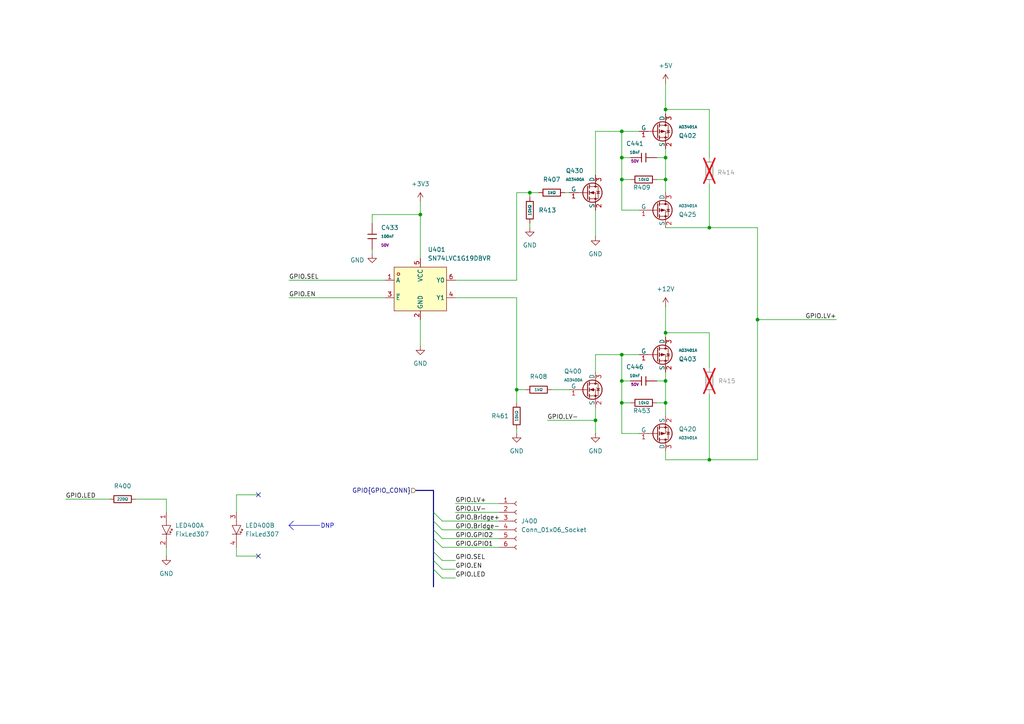
<source format=kicad_sch>
(kicad_sch (version 20250114) (generator "eeschema") (generator_version "9.0")
  (paper "A4")
  (lib_symbols
    (symbol "1to2Decoder:SN74LVC1G19DBVR"
      (property "Reference" "U" (at -6.858 7.366 0))
      (property "Value" "SN74LVC1G19DBVR" (at 10.16 -7.874 0))
      (symbol "SN74LVC1G19DBVR_0_1"
        (pin unspecified line (at -10.16 2.54 0) (length 2.54) (name "A") (number "1"))
        (pin unspecified line (at -10.16 -2.54 0) (length 2.54) (name "~{E}") (number "3"))
        (pin unspecified line (at 0 8.89 270) (length 2.54) (name "VCC") (number "5"))
        (pin unspecified line (at 0 -8.89 90) (length 2.54) (name "GND") (number "2"))
        (pin unspecified line (at 10.16 2.54 180) (length 2.54) (name "Y0") (number "6"))
        (pin unspecified line (at 10.16 -2.54 180) (length 2.54) (name "Y1") (number "4"))
      )
    )
    (symbol "Connector:Conn_01x06_Socket" (pin_names (offset 1.016) (hide yes))
      (property "Reference" "J" (at 0 7.62 0))
      (property "Value" "Conn_01x06_Socket" (at 0 -10.16 0))
      (symbol "Conn_01x06_Socket_1_1"
        (pin passive line (at -5.08 5.08 0) (length 3.81) (name "Pin_1") (number "1"))
        (pin passive line (at -5.08 2.54 0) (length 3.81) (name "Pin_2") (number "2"))
        (pin passive line (at -5.08 0 0) (length 3.81) (name "Pin_3") (number "3"))
        (pin passive line (at -5.08 -2.54 0) (length 3.81) (name "Pin_4") (number "4"))
        (pin passive line (at -5.08 -5.08 0) (length 3.81) (name "Pin_5") (number "5"))
        (pin passive line (at -5.08 -7.62 0) (length 3.81) (name "Pin_6") (number "6"))
      )
    )
    (symbol "FixLed307:FixLed307"
      (property "Reference" "LED" (at 0 2.54 0))
      (property "Value" "FixLed307" (at 1.27 0 0))
      (symbol "FixLed307_1_1"
        (pin input line (at -5.08 0 0) (length 2.54) (name "") (number "1"))
        (pin input line (at 5.08 0 180) (length 2.54) (name "") (number "2"))
      )
      (symbol "FixLed307_2_1"
        (pin input line (at -5.08 0 0) (length 2.54) (name "") (number "3"))
        (pin input line (at 5.08 0 180) (length 2.54) (name "") (number "4"))
      )
    )
    (symbol "PCM_JLCPCB-Capacitors:0402,100nF,(2)" (pin_numbers (hide yes)) (pin_names (offset 0))
      (property "Reference" "C" (at 2.032 1.668 0))
      (property "Value" "100nF" (at 2.032 -0.3782 0))
      (property "Voltage Rated" "50V" (at 2.032 -2.0462 0))
      (symbol "0402,100nF,(2)_1_1"
        (pin passive line (at 0 3.81 270) (length 3.175) (name "~") (number "1"))
        (pin passive line (at 0 -3.81 90) (length 3.175) (name "~") (number "2"))
      )
    )
    (symbol "PCM_JLCPCB-Capacitors:0402,10nF" (pin_numbers (hide yes)) (pin_names (offset 0))
      (property "Reference" "C" (at 2.032 1.668 0))
      (property "Value" "10nF" (at 2.032 -0.3782 0))
      (property "Voltage Rated" "50V" (at 2.032 -2.0462 0))
      (symbol "0402,10nF_1_1"
        (pin passive line (at 0 3.81 270) (length 3.175) (name "~") (number "1"))
        (pin passive line (at 0 -3.81 90) (length 3.175) (name "~") (number "2"))
      )
    )
    (symbol "PCM_JLCPCB-Resistors:0402,10kΩ" (pin_numbers (hide yes)) (pin_names (offset 0))
      (property "Reference" "R" (at 1.778 0 0))
      (property "Value" "10kΩ" (at 0 0 90))
      (symbol "0402,10kΩ_1_1"
        (pin passive line (at 0 3.81 270) (length 1.27) (name "~") (number "1"))
        (pin passive line (at 0 -3.81 90) (length 1.27) (name "~") (number "2"))
      )
    )
    (symbol "PCM_JLCPCB-Resistors:0402,1kΩ" (pin_numbers (hide yes)) (pin_names (offset 0))
      (property "Reference" "R" (at 1.778 0 0))
      (property "Value" "1kΩ" (at 0 0 90))
      (symbol "0402,1kΩ_1_1"
        (pin passive line (at 0 3.81 270) (length 1.27) (name "~") (number "1"))
        (pin passive line (at 0 -3.81 90) (length 1.27) (name "~") (number "2"))
      )
    )
    (symbol "PCM_JLCPCB-Resistors:0402,220Ω" (pin_numbers (hide yes)) (pin_names (offset 0))
      (property "Reference" "R" (at 1.778 0 0))
      (property "Value" "220Ω" (at 0 0 90))
      (symbol "0402,220Ω_1_1"
        (pin passive line (at 0 3.81 270) (length 1.27) (name "~") (number "1"))
        (pin passive line (at 0 -3.81 90) (length 1.27) (name "~") (number "2"))
      )
    )
    (symbol "PCM_JLCPCB-Resistors:0805,0Ω" (pin_numbers (hide yes)) (pin_names (offset 0))
      (property "Reference" "R" (at 1.778 0 0))
      (property "Value" "0Ω" (at 0 0 90))
      (symbol "0805,0Ω_1_1"
        (pin passive line (at 0 3.81 270) (length 1.27) (name "~") (number "1"))
        (pin passive line (at 0 -3.81 90) (length 1.27) (name "~") (number "2"))
      )
    )
    (symbol "PCM_JLCPCB-Transistors:NMOS,AO3400A" (pin_names (offset 0))
      (property "Reference" "Q" (at 4.8514 0.834 0))
      (property "Value" "AO3400A" (at 4.8514 -1.2122 0))
      (symbol "NMOS,AO3400A_1_1"
        (pin input line (at -5.08 0 0) (length 2.54) (name "G") (number "1"))
        (pin passive line (at 2.54 5.08 270) (length 2.54) (name "D") (number "3"))
        (pin passive line (at 2.54 -5.08 90) (length 2.54) (name "S") (number "2"))
      )
    )
    (symbol "PCM_JLCPCB-Transistors:PMOS,AO3401A" (pin_names (offset 0))
      (property "Reference" "Q" (at 4.8514 0.834 0))
      (property "Value" "AO3401A" (at 4.8514 -1.2122 0))
      (symbol "PMOS,AO3401A_1_1"
        (pin input line (at -5.08 0 0) (length 2.54) (name "G") (number "1"))
        (pin passive line (at 2.54 5.08 270) (length 2.54) (name "D") (number "3"))
        (pin passive line (at 2.54 -5.08 90) (length 2.54) (name "S") (number "2"))
      )
    )
    (symbol "power:+12V" (power) (pin_numbers (hide yes)) (pin_names (offset 0) (hide yes))
      (property "Value" "+12V" (at 0 3.556 0))
      (symbol "+12V_1_1"
        (pin power_in line (at 0 0 90) (length 0) (name "~") (number "1"))
      )
    )
    (symbol "power:+3V3" (power) (pin_numbers (hide yes)) (pin_names (offset 0) (hide yes))
      (property "Value" "+3V3" (at 0 3.556 0))
      (symbol "+3V3_1_1"
        (pin power_in line (at 0 0 90) (length 0) (name "~") (number "1"))
      )
    )
    (symbol "power:+5V" (power) (pin_numbers (hide yes)) (pin_names (offset 0) (hide yes))
      (property "Value" "+5V" (at 0 3.556 0))
      (symbol "+5V_1_1"
        (pin power_in line (at 0 0 90) (length 0) (name "~") (number "1"))
      )
    )
    (symbol "power:GND" (power) (pin_numbers (hide yes)) (pin_names (offset 0) (hide yes))
      (property "Value" "GND" (at 0 -3.81 0))
      (symbol "GND_1_1"
        (pin power_in line (at 0 0 270) (length 0) (name "~") (number "1"))
      )
    )
  )
  (bus_alias "GPIO_CONN" (members "Bridge+" "Bridge-" "GPIO2" "GPIO1" "SEL" "EN" "LED"))
  (text "DNP" (at 94.996 152.654 0) (effects (font (size 1.27 1.27))))
  (junction (at 172.72 121.92))
  (junction (at 219.71 92.71))
  (junction (at 193.04 45.72))
  (junction (at 193.04 31.75))
  (junction (at 149.86 113.03))
  (junction (at 193.04 116.84))
  (junction (at 180.34 38.1))
  (junction (at 193.04 52.07))
  (junction (at 193.04 96.52))
  (junction (at 180.34 116.84))
  (junction (at 121.92 62.23))
  (junction (at 205.74 66.04))
  (junction (at 153.67 55.88))
  (junction (at 205.74 133.35))
  (junction (at 180.34 110.49))
  (junction (at 180.34 45.72))
  (junction (at 193.04 110.49))
  (junction (at 180.34 102.87))
  (junction (at 180.34 52.07))
  (no_connect (at 74.93 161.29))
  (no_connect (at 74.93 143.51))
  (bus_entry (at 125.73 153.67) (size 2.54 2.54))
  (bus_entry (at 125.73 162.56) (size 2.54 2.54))
  (bus_entry (at 125.73 165.1) (size 2.54 2.54))
  (bus_entry (at 125.73 156.21) (size 2.54 2.54))
  (bus_entry (at 125.73 151.13) (size 2.54 2.54))
  (bus_entry (at 125.73 148.59) (size 2.54 2.54))
  (bus_entry (at 125.73 160.02) (size 2.54 2.54))
  (wire (pts (xy 128.27 165.1) (xy 132.08 165.1)))
  (wire (pts (xy 172.72 38.1) (xy 180.34 38.1)))
  (wire (pts (xy 190.5 116.84) (xy 193.04 116.84)))
  (wire (pts (xy 180.34 45.72) (xy 182.88 45.72)))
  (wire (pts (xy 160.02 113.03) (xy 165.1 113.03)))
  (bus (pts (xy 125.73 151.13) (xy 125.73 153.67)))
  (wire (pts (xy 68.58 161.29) (xy 74.93 161.29)))
  (wire (pts (xy 193.04 45.72) (xy 193.04 52.07)))
  (wire (pts (xy 180.34 110.49) (xy 180.34 102.87)))
  (wire (pts (xy 205.74 31.75) (xy 193.04 31.75)))
  (wire (pts (xy 149.86 81.28) (xy 132.08 81.28)))
  (wire (pts (xy 193.04 107.95) (xy 193.04 110.49)))
  (bus (pts (xy 125.73 156.21) (xy 125.73 160.02)))
  (wire (pts (xy 172.72 121.92) (xy 172.72 125.73)))
  (wire (pts (xy 193.04 133.35) (xy 205.74 133.35)))
  (wire (pts (xy 190.5 52.07) (xy 193.04 52.07)))
  (wire (pts (xy 193.04 116.84) (xy 193.04 120.65)))
  (wire (pts (xy 205.74 114.3) (xy 205.74 133.35)))
  (bus (pts (xy 125.73 153.67) (xy 125.73 156.21)))
  (bus (pts (xy 125.73 165.1) (xy 125.73 170.18)))
  (bus (pts (xy 125.73 142.24) (xy 125.73 148.59)))
  (wire (pts (xy 180.34 38.1) (xy 185.42 38.1)))
  (wire (pts (xy 128.27 151.13) (xy 144.78 151.13)))
  (wire (pts (xy 132.08 146.05) (xy 144.78 146.05)))
  (wire (pts (xy 180.34 52.07) (xy 180.34 60.96)))
  (wire (pts (xy 121.92 92.71) (xy 121.92 100.33)))
  (wire (pts (xy 68.58 148.59) (xy 68.58 143.51)))
  (wire (pts (xy 193.04 88.9) (xy 193.04 96.52)))
  (wire (pts (xy 172.72 118.11) (xy 172.72 121.92)))
  (wire (pts (xy 180.34 125.73) (xy 180.34 116.84)))
  (bus (pts (xy 125.73 148.59) (xy 125.73 151.13)))
  (wire (pts (xy 193.04 96.52) (xy 193.04 97.79)))
  (wire (pts (xy 107.95 62.23) (xy 121.92 62.23)))
  (wire (pts (xy 153.67 55.88) (xy 149.86 55.88)))
  (wire (pts (xy 128.27 167.64) (xy 132.08 167.64)))
  (polyline (pts (xy 83.82 152.4) (xy 85.09 153.67)))
  (wire (pts (xy 107.95 64.77) (xy 107.95 62.23)))
  (polyline (pts (xy 83.82 152.4) (xy 92.71 152.4)))
  (wire (pts (xy 185.42 125.73) (xy 180.34 125.73)))
  (wire (pts (xy 172.72 102.87) (xy 180.34 102.87)))
  (wire (pts (xy 39.37 144.78) (xy 48.26 144.78)))
  (wire (pts (xy 193.04 24.13) (xy 193.04 31.75)))
  (wire (pts (xy 48.26 158.75) (xy 48.26 161.29)))
  (wire (pts (xy 185.42 60.96) (xy 180.34 60.96)))
  (wire (pts (xy 172.72 102.87) (xy 172.72 107.95)))
  (wire (pts (xy 193.04 66.04) (xy 205.74 66.04)))
  (wire (pts (xy 121.92 58.42) (xy 121.92 62.23)))
  (wire (pts (xy 180.34 52.07) (xy 182.88 52.07)))
  (wire (pts (xy 128.27 162.56) (xy 132.08 162.56)))
  (wire (pts (xy 180.34 116.84) (xy 180.34 110.49)))
  (wire (pts (xy 205.74 66.04) (xy 219.71 66.04)))
  (bus (pts (xy 120.65 142.24) (xy 125.73 142.24)))
  (bus (pts (xy 125.73 162.56) (xy 125.73 165.1)))
  (wire (pts (xy 193.04 130.81) (xy 193.04 133.35)))
  (wire (pts (xy 205.74 106.68) (xy 205.74 96.52)))
  (wire (pts (xy 19.05 144.78) (xy 31.75 144.78)))
  (wire (pts (xy 107.95 73.66) (xy 107.95 72.39)))
  (wire (pts (xy 149.86 86.36) (xy 149.86 113.03)))
  (wire (pts (xy 149.86 55.88) (xy 149.86 81.28)))
  (wire (pts (xy 128.27 153.67) (xy 144.78 153.67)))
  (wire (pts (xy 121.92 62.23) (xy 121.92 74.93)))
  (wire (pts (xy 180.34 110.49) (xy 182.88 110.49)))
  (wire (pts (xy 128.27 158.75) (xy 144.78 158.75)))
  (wire (pts (xy 172.72 38.1) (xy 172.72 50.8)))
  (wire (pts (xy 180.34 45.72) (xy 180.34 52.07)))
  (wire (pts (xy 68.58 158.75) (xy 68.58 161.29)))
  (wire (pts (xy 205.74 133.35) (xy 219.71 133.35)))
  (wire (pts (xy 190.5 45.72) (xy 193.04 45.72)))
  (wire (pts (xy 205.74 31.75) (xy 205.74 45.72)))
  (wire (pts (xy 205.74 53.34) (xy 205.74 66.04)))
  (wire (pts (xy 132.08 86.36) (xy 149.86 86.36)))
  (wire (pts (xy 190.5 110.49) (xy 193.04 110.49)))
  (polyline (pts (xy 83.82 152.4) (xy 85.09 151.13)))
  (wire (pts (xy 219.71 92.71) (xy 242.57 92.71)))
  (wire (pts (xy 193.04 31.75) (xy 193.04 33.02)))
  (wire (pts (xy 149.86 124.46) (xy 149.86 125.73)))
  (wire (pts (xy 48.26 148.59) (xy 48.26 144.78)))
  (wire (pts (xy 132.08 148.59) (xy 144.78 148.59)))
  (wire (pts (xy 153.67 55.88) (xy 153.67 57.15)))
  (wire (pts (xy 153.67 64.77) (xy 153.67 66.04)))
  (wire (pts (xy 180.34 102.87) (xy 185.42 102.87)))
  (wire (pts (xy 83.82 86.36) (xy 111.76 86.36)))
  (wire (pts (xy 180.34 38.1) (xy 180.34 45.72)))
  (wire (pts (xy 193.04 110.49) (xy 193.04 116.84)))
  (wire (pts (xy 149.86 113.03) (xy 152.4 113.03)))
  (wire (pts (xy 83.82 81.28) (xy 111.76 81.28)))
  (wire (pts (xy 193.04 43.18) (xy 193.04 45.72)))
  (wire (pts (xy 193.04 52.07) (xy 193.04 55.88)))
  (wire (pts (xy 68.58 143.51) (xy 74.93 143.51)))
  (wire (pts (xy 219.71 66.04) (xy 219.71 92.71)))
  (wire (pts (xy 180.34 116.84) (xy 182.88 116.84)))
  (wire (pts (xy 156.21 55.88) (xy 153.67 55.88)))
  (bus (pts (xy 125.73 160.02) (xy 125.73 162.56)))
  (wire (pts (xy 205.74 96.52) (xy 193.04 96.52)))
  (wire (pts (xy 172.72 60.96) (xy 172.72 68.58)))
  (wire (pts (xy 128.27 156.21) (xy 144.78 156.21)))
  (wire (pts (xy 149.86 113.03) (xy 149.86 116.84)))
  (wire (pts (xy 158.75 121.92) (xy 172.72 121.92)))
  (wire (pts (xy 219.71 92.71) (xy 219.71 133.35)))
  (wire (pts (xy 165.1 55.88) (xy 163.83 55.88)))
  (label "GPIO.LV+" (at 242.57 92.71 180))
  (label "GPIO.LV+" (at 132.08 146.05 0))
  (label "GPIO.Bridge+" (at 132.08 151.13 0))
  (label "GPIO.EN" (at 132.08 165.1 0))
  (label "GPIO.GPIO2" (at 132.08 156.21 0))
  (label "GPIO.LV-" (at 132.08 148.59 0))
  (label "GPIO.EN" (at 83.82 86.36 0))
  (label "GPIO.Bridge-" (at 132.08 153.67 0))
  (label "GPIO.SEL" (at 83.82 81.28 0))
  (label "GPIO.LED" (at 132.08 167.64 0))
  (label "GPIO.LV-" (at 158.75 121.92 0))
  (label "GPIO.SEL" (at 132.08 162.56 0))
  (label "GPIO.LED" (at 19.05 144.78 0))
  (label "GPIO.GPIO1" (at 132.08 158.75 0))
  (hierarchical_label "GPIO{GPIO_CONN}" (shape input) (at 120.65 142.24 180))
  (symbol (lib_id "power:+5V") (at 193.04 24.13 0) (unit 1)
    (property "Reference" "#PWR0496" (effects (hide yes)))
    (property "Value" "+5V" (at 193.04 19.05 0))
    (property "Description" "Power symbol creates a global label with name \"+5V\"" (effects (hide yes)))
    (instances (project "base-module" (path "" (reference "#PWR0496") (unit 1)) (path "" (reference "#PWR0510") (unit 1)) (path "" (reference "#PWR0535") (unit 1)) (path "" (reference "#PWR0518") (unit 1)) (path "" (reference "#PWR0526") (unit 1))))
  )
  (symbol (lib_id "PCM_JLCPCB-Capacitors:0402,10nF") (at 186.69 45.72 90) (unit 1)
    (property "Reference" "C441" (at 184.15 41.656 90))
    (property "Value" "10nF" (at 184.15 44.196 90) (effects (font (size 0.8 0.8))))
    (property "Footprint" "PCM_JLCPCB:C_0402" (effects (hide yes)))
    (property "Datasheet" "https://www.lcsc.com/datasheet/lcsc_datasheet_2304140030_Samsung-Electro-Mechanics-CL05B103KB5NNNC_C15195.pdf" (effects (hide yes)))
    (property "Description" "50V 10nF X7R ±10% 0402 Multilayer Ceramic Capacitors MLCC - SMD/SMT ROHS" (effects (hide yes)))
    (property "LCSC" "C15195" (effects (hide yes)))
    (property "Stock" "2799062" (effects (hide yes)))
    (property "Price" "0.005USD" (effects (hide yes)))
    (property "Process" "SMT" (effects (hide yes)))
    (property "Minimum Qty" "20" (effects (hide yes)))
    (property "Attrition Qty" "10" (effects (hide yes)))
    (property "Class" "Basic Component" (effects (hide yes)))
    (property "Category" "Capacitors,Multilayer Ceramic Capacitors MLCC - SMD/SMT" (effects (hide yes)))
    (property "Manufacturer" "Samsung Electro-Mechanics" (effects (hide yes)))
    (property "Part" "CL05B103KB5NNNC" (effects (hide yes)))
    (property "Voltage Rated" "50V" (at 184.15 46.736 90) (effects (font (size 0.8 0.8))))
    (property "Tolerance" "±10%" (effects (hide yes)))
    (property "Capacitance" "10nF" (effects (hide yes)))
    (property "Temperature Coefficient" "X7R" (effects (hide yes)))
    (instances (project "" (path "" (reference "C441") (unit 1)) (path "" (reference "C442") (unit 1)) (path "" (reference "C445") (unit 1)) (path "" (reference "C443") (unit 1)) (path "" (reference "C444") (unit 1))))
  )
  (symbol (lib_id "FixLed307:FixLed307") (at 48.26 153.67 270) (unit 1)
    (property "Reference" "LED400" (at 50.8 152.3999 90) (effects (justify left)))
    (property "Value" "FixLed307" (at 50.8 154.9399 90) (effects (justify left)))
    (property "Footprint" "FixLed307:FixLed307" (effects (hide yes)))
    (property "Datasheet" "https://www.tme.eu/Document/b674d69546fee33ff395807565c0dcac/FIX-LED-301.pdf" (effects (hide yes)))
    (property "Description" "Double Stack LED307" (effects (hide yes)))
    (instances (project "base-module" (path "" (reference "LED400") (unit 1)) (path "" (reference "LED401") (unit 1)) (path "" (reference "LED404") (unit 1)) (path "" (reference "LED402") (unit 1)) (path "" (reference "LED403") (unit 1))))
  )
  (symbol (lib_id "PCM_JLCPCB-Transistors:NMOS,AO3400A") (at 170.18 55.88 0) (unit 1)
    (property "Reference" "Q430" (at 164.084 49.5299 0) (effects (justify left)))
    (property "Value" "AO3400A" (at 164.084 52.07 0) (effects (font (size 0.8 0.8)) (justify left)))
    (property "Footprint" "PCM_JLCPCB:Q_SOT-23" (effects (hide yes)))
    (property "Datasheet" "https://www.lcsc.com/datasheet/lcsc_datasheet_1811081213_Alpha---Omega-Semicon-AO3400A_C20917.pdf" (effects (hide yes)))
    (property "Description" "30V 5.7A 26.5mΩ@10V,5.7A 1.4W 1.5V@250uA 1 N-Channel SOT-23-3L MOSFETs ROHS" (effects (hide yes)))
    (property "LCSC" "C20917" (effects (hide yes)))
    (property "Stock" "1046002" (effects (hide yes)))
    (property "Price" "0.088USD" (effects (hide yes)))
    (property "Process" "SMT" (effects (hide yes)))
    (property "Minimum Qty" "5" (effects (hide yes)))
    (property "Attrition Qty" "4" (effects (hide yes)))
    (property "Class" "Basic Component" (effects (hide yes)))
    (property "Category" "Transistors,MOSFETs" (effects (hide yes)))
    (property "Manufacturer" "Alpha & Omega Semicon" (effects (hide yes)))
    (property "Part" "AO3400A" (effects (hide yes)))
    (property "Continuous Drain Current (Id)" "5.7A" (effects (hide yes)))
    (property "Input Capacitance (Ciss@Vds)" "630pF@15V" (effects (hide yes)))
    (property "Operating Temperature" "-55°C~+150°C@(Tj)" (effects (hide yes)))
    (property "Type" "1 N-channel" (effects (hide yes)))
    (property "Drain Source Voltage (Vdss)" "30V" (effects (hide yes)))
    (property "Power Dissipation (Pd)" "1.4W" (effects (hide yes)))
    (property "Gate Threshold Voltage (Vgs(th)@Id)" "1.5V@250uA" (effects (hide yes)))
    (property "Drain Source On Resistance (RDS(on)@Vgs,Id)" "26.5mΩ@10V,5.7A" (effects (hide yes)))
    (property "Total Gate Charge (Qg@Vgs)" "7nC@4.5V" (effects (hide yes)))
    (instances (project "" (path "" (reference "Q430") (unit 1)) (path "" (reference "Q431") (unit 1)) (path "" (reference "Q434") (unit 1)) (path "" (reference "Q432") (unit 1)) (path "" (reference "Q433") (unit 1))))
  )
  (symbol (lib_id "PCM_JLCPCB-Resistors:0805,0Ω") (at 205.74 49.53 0) (unit 1) (in_bom no) (dnp yes)
    (property "Reference" "R414" (at 208.026 50.038 0) (effects (justify left)))
    (property "Value" "0Ω" (at 205.74 49.53 90) (effects (font (size 0.8 0.8))))
    (property "Footprint" "PCM_JLCPCB:R_0805" (effects (hide yes)))
    (property "Datasheet" "https://www.lcsc.com/datasheet/lcsc_datasheet_2206010216_UNI-ROYAL-Uniroyal-Elec-0805W8F0000T5E_C17477.pdf" (effects (hide yes)))
    (property "Description" "125mW Thick Film Resistors 150V ±800ppm/°C ±1% 0Ω 0805 Chip Resistor - Surface Mount ROHS" (effects (hide yes)))
    (property "LCSC" "C17477" (effects (hide yes)))
    (property "Stock" "3372209" (effects (hide yes)))
    (property "Price" "0.005USD" (effects (hide yes)))
    (property "Process" "SMT" (effects (hide yes)))
    (property "Minimum Qty" "20" (effects (hide yes)))
    (property "Attrition Qty" "10" (effects (hide yes)))
    (property "Class" "Basic Component" (effects (hide yes)))
    (property "Category" "Resistors,Chip Resistor - Surface Mount" (effects (hide yes)))
    (property "Manufacturer" "UNI-ROYAL(Uniroyal Elec)" (effects (hide yes)))
    (property "Part" "0805W8F0000T5E" (effects (hide yes)))
    (property "Resistance" "0Ω" (effects (hide yes)))
    (property "Power(Watts)" "125mW" (effects (hide yes)))
    (property "Type" "Thick Film Resistors" (effects (hide yes)))
    (property "Overload Voltage (Max)" "150V" (effects (hide yes)))
    (property "Operating Temperature Range" "-55°C~+155°C" (effects (hide yes)))
    (property "Tolerance" "±1%" (effects (hide yes)))
    (property "Temperature Coefficient" "±800ppm/°C" (effects (hide yes)))
    (instances (project "base-module" (path "" (reference "R414") (unit 1)) (path "" (reference "R421") (unit 1)) (path "" (reference "R442") (unit 1)) (path "" (reference "R428") (unit 1)) (path "" (reference "R435") (unit 1))))
  )
  (symbol (lib_id "PCM_JLCPCB-Resistors:0402,1kΩ") (at 160.02 55.88 90) (unit 1)
    (property "Reference" "R407" (at 160.02 52.07 90))
    (property "Value" "1kΩ" (at 160.02 55.88 90) (effects (font (size 0.8 0.8))))
    (property "Footprint" "PCM_JLCPCB:R_0402" (effects (hide yes)))
    (property "Datasheet" "https://www.lcsc.com/datasheet/lcsc_datasheet_2206010216_UNI-ROYAL-Uniroyal-Elec-0402WGF1001TCE_C11702.pdf" (effects (hide yes)))
    (property "Description" "62.5mW Thick Film Resistors 50V ±100ppm/°C ±1% 1kΩ 0402 Chip Resistor - Surface Mount ROHS" (effects (hide yes)))
    (property "LCSC" "C11702" (effects (hide yes)))
    (property "Stock" "6889074" (effects (hide yes)))
    (property "Price" "0.004USD" (effects (hide yes)))
    (property "Process" "SMT" (effects (hide yes)))
    (property "Minimum Qty" "20" (effects (hide yes)))
    (property "Attrition Qty" "10" (effects (hide yes)))
    (property "Class" "Basic Component" (effects (hide yes)))
    (property "Category" "Resistors,Chip Resistor - Surface Mount" (effects (hide yes)))
    (property "Manufacturer" "UNI-ROYAL(Uniroyal Elec)" (effects (hide yes)))
    (property "Part" "0402WGF1001TCE" (effects (hide yes)))
    (property "Resistance" "1kΩ" (effects (hide yes)))
    (property "Power(Watts)" "62.5mW" (effects (hide yes)))
    (property "Type" "Thick Film Resistors" (effects (hide yes)))
    (property "Overload Voltage (Max)" "50V" (effects (hide yes)))
    (property "Operating Temperature Range" "-55°C~+155°C" (effects (hide yes)))
    (property "Tolerance" "±1%" (effects (hide yes)))
    (property "Temperature Coefficient" "±100ppm/°C" (effects (hide yes)))
    (instances (project "base-module" (path "" (reference "R407") (unit 1)) (path "" (reference "R417") (unit 1)) (path "" (reference "R438") (unit 1)) (path "" (reference "R424") (unit 1)) (path "" (reference "R431") (unit 1))))
  )
  (symbol (lib_id "PCM_JLCPCB-Capacitors:0402,100nF,(2)") (at 107.95 68.58 0) (unit 1)
    (property "Reference" "C433" (at 110.49 66.0399 0) (effects (justify left)))
    (property "Value" "100nF" (at 110.49 68.58 0) (effects (font (size 0.8 0.8)) (justify left)))
    (property "Footprint" "PCM_JLCPCB:C_0402" (effects (hide yes)))
    (property "Datasheet" "https://www.lcsc.com/datasheet/lcsc_datasheet_2304140030_Samsung-Electro-Mechanics-CL05B104KB54PNC_C307331.pdf" (effects (hide yes)))
    (property "Description" "50V 100nF X7R ±10% 0402 Multilayer Ceramic Capacitors MLCC - SMD/SMT ROHS" (effects (hide yes)))
    (property "LCSC" "C307331" (effects (hide yes)))
    (property "Stock" "5475927" (effects (hide yes)))
    (property "Price" "0.008USD" (effects (hide yes)))
    (property "Process" "SMT" (effects (hide yes)))
    (property "Minimum Qty" "20" (effects (hide yes)))
    (property "Attrition Qty" "10" (effects (hide yes)))
    (property "Class" "Basic Component" (effects (hide yes)))
    (property "Category" "Capacitors,Multilayer Ceramic Capacitors MLCC - SMD/SMT" (effects (hide yes)))
    (property "Manufacturer" "Samsung Electro-Mechanics" (effects (hide yes)))
    (property "Part" "CL05B104KB54PNC" (effects (hide yes)))
    (property "Voltage Rated" "50V" (at 110.49 71.12 0) (effects (font (size 0.8 0.8)) (justify left)))
    (property "Tolerance" "±10%" (effects (hide yes)))
    (property "Capacitance" "100nF" (effects (hide yes)))
    (property "Temperature Coefficient" "X7R" (effects (hide yes)))
    (instances (project "base-module" (path "" (reference "C433") (unit 1)) (path "" (reference "C435") (unit 1)) (path "" (reference "C438") (unit 1)) (path "" (reference "C436") (unit 1)) (path "" (reference "C437") (unit 1))))
  )
  (symbol (lib_id "Connector:Conn_01x06_Socket") (at 149.86 151.13 0) (unit 1)
    (property "Reference" "J400" (at 151.13 151.1299 0) (effects (justify left)))
    (property "Value" "Conn_01x06_Socket" (at 151.13 153.6699 0) (effects (justify left)))
    (property "Footprint" "Molex-UP-righter:Molex-UP-righter" (effects (hide yes)))
    (property "Description" "Generic connector, single row, 01x06, script generated" (effects (hide yes)))
    (instances (project "base-module" (path "" (reference "J400") (unit 1)) (path "" (reference "J401") (unit 1)) (path "" (reference "J404") (unit 1)) (path "" (reference "J402") (unit 1)) (path "" (reference "J403") (unit 1))))
  )
  (symbol (lib_id "power:GND") (at 48.26 161.29 0) (unit 1)
    (property "Reference" "#PWR0429" (effects (hide yes)))
    (property "Value" "GND" (at 48.26 166.37 0))
    (property "Description" "Power symbol creates a global label with name \"GND\" , ground" (effects (hide yes)))
    (instances (project "base-module" (path "" (reference "#PWR0429") (unit 1)) (path "" (reference "#PWR0498") (unit 1)) (path "" (reference "#PWR0528") (unit 1)) (path "" (reference "#PWR0512") (unit 1)) (path "" (reference "#PWR0520") (unit 1))))
  )
  (symbol (lib_id "PCM_JLCPCB-Resistors:0402,10kΩ") (at 149.86 120.65 0) (unit 1)
    (property "Reference" "R461" (at 142.494 120.65 0) (effects (justify left)))
    (property "Value" "10kΩ" (at 149.86 120.65 90) (effects (font (size 0.8 0.8))))
    (property "Footprint" "PCM_JLCPCB:R_0402" (effects (hide yes)))
    (property "Datasheet" "https://www.lcsc.com/datasheet/lcsc_datasheet_2411221126_UNI-ROYAL-Uniroyal-Elec-0402WGF1002TCE_C25744.pdf" (effects (hide yes)))
    (property "Description" "62.5mW Thick Film Resistors 50V ±100ppm/°C ±1% 10kΩ 0402 Chip Resistor - Surface Mount ROHS" (effects (hide yes)))
    (property "LCSC" "C25744" (effects (hide yes)))
    (property "Stock" "6144808" (effects (hide yes)))
    (property "Price" "0.004USD" (effects (hide yes)))
    (property "Process" "SMT" (effects (hide yes)))
    (property "Minimum Qty" "5" (effects (hide yes)))
    (property "Attrition Qty" "10" (effects (hide yes)))
    (property "Class" "Basic Component" (effects (hide yes)))
    (property "Category" "Resistors,Chip Resistor - Surface Mount" (effects (hide yes)))
    (property "Manufacturer" "UNI-ROYAL(Uniroyal Elec)" (effects (hide yes)))
    (property "Part" "0402WGF1002TCE" (effects (hide yes)))
    (property "Resistance" "10kΩ" (effects (hide yes)))
    (property "Power(Watts)" "62.5mW" (effects (hide yes)))
    (property "Type" "Thick Film Resistors" (effects (hide yes)))
    (property "Overload Voltage (Max)" "50V" (effects (hide yes)))
    (property "Operating Temperature Range" "-55°C~+155°C" (effects (hide yes)))
    (property "Tolerance" "±1%" (effects (hide yes)))
    (property "Temperature Coefficient" "±100ppm/°C" (effects (hide yes)))
    (instances (project "base-module" (path "" (reference "R461") (unit 1)) (path "" (reference "R462") (unit 1)) (path "" (reference "R465") (unit 1)) (path "" (reference "R463") (unit 1)) (path "" (reference "R464") (unit 1))))
  )
  (symbol (lib_id "power:GND") (at 153.67 66.04 0) (unit 1)
    (property "Reference" "#PWR0546" (effects (hide yes)))
    (property "Value" "GND" (at 153.67 71.12 0))
    (property "Description" "Power symbol creates a global label with name \"GND\" , ground" (effects (hide yes)))
    (instances (project "" (path "" (reference "#PWR0546") (unit 1)) (path "" (reference "#PWR0547") (unit 1)) (path "" (reference "#PWR0550") (unit 1)) (path "" (reference "#PWR0548") (unit 1)) (path "" (reference "#PWR0549") (unit 1))))
  )
  (symbol (lib_id "PCM_JLCPCB-Resistors:0402,10kΩ") (at 153.67 60.96 0) (unit 1)
    (property "Reference" "R413" (at 156.21 60.9599 0) (effects (justify left)))
    (property "Value" "10kΩ" (at 153.67 60.96 90) (effects (font (size 0.8 0.8))))
    (property "Footprint" "PCM_JLCPCB:R_0402" (effects (hide yes)))
    (property "Datasheet" "https://www.lcsc.com/datasheet/lcsc_datasheet_2411221126_UNI-ROYAL-Uniroyal-Elec-0402WGF1002TCE_C25744.pdf" (effects (hide yes)))
    (property "Description" "62.5mW Thick Film Resistors 50V ±100ppm/°C ±1% 10kΩ 0402 Chip Resistor - Surface Mount ROHS" (effects (hide yes)))
    (property "LCSC" "C25744" (effects (hide yes)))
    (property "Stock" "6144808" (effects (hide yes)))
    (property "Price" "0.004USD" (effects (hide yes)))
    (property "Process" "SMT" (effects (hide yes)))
    (property "Minimum Qty" "5" (effects (hide yes)))
    (property "Attrition Qty" "10" (effects (hide yes)))
    (property "Class" "Basic Component" (effects (hide yes)))
    (property "Category" "Resistors,Chip Resistor - Surface Mount" (effects (hide yes)))
    (property "Manufacturer" "UNI-ROYAL(Uniroyal Elec)" (effects (hide yes)))
    (property "Part" "0402WGF1002TCE" (effects (hide yes)))
    (property "Resistance" "10kΩ" (effects (hide yes)))
    (property "Power(Watts)" "62.5mW" (effects (hide yes)))
    (property "Type" "Thick Film Resistors" (effects (hide yes)))
    (property "Overload Voltage (Max)" "50V" (effects (hide yes)))
    (property "Operating Temperature Range" "-55°C~+155°C" (effects (hide yes)))
    (property "Tolerance" "±1%" (effects (hide yes)))
    (property "Temperature Coefficient" "±100ppm/°C" (effects (hide yes)))
    (instances (project "" (path "" (reference "R413") (unit 1)) (path "" (reference "R420") (unit 1)) (path "" (reference "R441") (unit 1)) (path "" (reference "R427") (unit 1)) (path "" (reference "R434") (unit 1))))
  )
  (symbol (lib_id "power:GND") (at 172.72 125.73 0) (unit 1)
    (property "Reference" "#PWR0493" (effects (hide yes)))
    (property "Value" "GND" (at 172.72 130.81 0))
    (property "Description" "Power symbol creates a global label with name \"GND\" , ground" (effects (hide yes)))
    (instances (project "base-module" (path "" (reference "#PWR0493") (unit 1)) (path "" (reference "#PWR0509") (unit 1)) (path "" (reference "#PWR0534") (unit 1)) (path "" (reference "#PWR0517") (unit 1)) (path "" (reference "#PWR0525") (unit 1))))
  )
  (symbol (lib_id "PCM_JLCPCB-Resistors:0402,10kΩ") (at 186.69 116.84 90) (unit 1)
    (property "Reference" "R453" (at 188.722 119.126 90) (effects (justify left)))
    (property "Value" "10kΩ" (at 186.69 116.84 90) (effects (font (size 0.8 0.8))))
    (property "Footprint" "PCM_JLCPCB:R_0402" (effects (hide yes)))
    (property "Datasheet" "https://www.lcsc.com/datasheet/lcsc_datasheet_2411221126_UNI-ROYAL-Uniroyal-Elec-0402WGF1002TCE_C25744.pdf" (effects (hide yes)))
    (property "Description" "62.5mW Thick Film Resistors 50V ±100ppm/°C ±1% 10kΩ 0402 Chip Resistor - Surface Mount ROHS" (effects (hide yes)))
    (property "LCSC" "C25744" (effects (hide yes)))
    (property "Stock" "6144808" (effects (hide yes)))
    (property "Price" "0.004USD" (effects (hide yes)))
    (property "Process" "SMT" (effects (hide yes)))
    (property "Minimum Qty" "5" (effects (hide yes)))
    (property "Attrition Qty" "10" (effects (hide yes)))
    (property "Class" "Basic Component" (effects (hide yes)))
    (property "Category" "Resistors,Chip Resistor - Surface Mount" (effects (hide yes)))
    (property "Manufacturer" "UNI-ROYAL(Uniroyal Elec)" (effects (hide yes)))
    (property "Part" "0402WGF1002TCE" (effects (hide yes)))
    (property "Resistance" "10kΩ" (effects (hide yes)))
    (property "Power(Watts)" "62.5mW" (effects (hide yes)))
    (property "Type" "Thick Film Resistors" (effects (hide yes)))
    (property "Overload Voltage (Max)" "50V" (effects (hide yes)))
    (property "Operating Temperature Range" "-55°C~+155°C" (effects (hide yes)))
    (property "Tolerance" "±1%" (effects (hide yes)))
    (property "Temperature Coefficient" "±100ppm/°C" (effects (hide yes)))
    (instances (project "base-module" (path "" (reference "R453") (unit 1)) (path "" (reference "R457") (unit 1)) (path "" (reference "R460") (unit 1)) (path "" (reference "R458") (unit 1)) (path "" (reference "R459") (unit 1))))
  )
  (symbol (lib_id "PCM_JLCPCB-Capacitors:0402,10nF") (at 186.69 110.49 90) (unit 1)
    (property "Reference" "C446" (at 184.15 106.426 90))
    (property "Value" "10nF" (at 184.15 108.966 90) (effects (font (size 0.8 0.8))))
    (property "Footprint" "PCM_JLCPCB:C_0402" (effects (hide yes)))
    (property "Datasheet" "https://www.lcsc.com/datasheet/lcsc_datasheet_2304140030_Samsung-Electro-Mechanics-CL05B103KB5NNNC_C15195.pdf" (effects (hide yes)))
    (property "Description" "50V 10nF X7R ±10% 0402 Multilayer Ceramic Capacitors MLCC - SMD/SMT ROHS" (effects (hide yes)))
    (property "LCSC" "C15195" (effects (hide yes)))
    (property "Stock" "2799062" (effects (hide yes)))
    (property "Price" "0.005USD" (effects (hide yes)))
    (property "Process" "SMT" (effects (hide yes)))
    (property "Minimum Qty" "20" (effects (hide yes)))
    (property "Attrition Qty" "10" (effects (hide yes)))
    (property "Class" "Basic Component" (effects (hide yes)))
    (property "Category" "Capacitors,Multilayer Ceramic Capacitors MLCC - SMD/SMT" (effects (hide yes)))
    (property "Manufacturer" "Samsung Electro-Mechanics" (effects (hide yes)))
    (property "Part" "CL05B103KB5NNNC" (effects (hide yes)))
    (property "Voltage Rated" "50V" (at 184.15 111.506 90) (effects (font (size 0.8 0.8))))
    (property "Tolerance" "±10%" (effects (hide yes)))
    (property "Capacitance" "10nF" (effects (hide yes)))
    (property "Temperature Coefficient" "X7R" (effects (hide yes)))
    (instances (project "base-module" (path "" (reference "C446") (unit 1)) (path "" (reference "C447") (unit 1)) (path "" (reference "C450") (unit 1)) (path "" (reference "C448") (unit 1)) (path "" (reference "C449") (unit 1))))
  )
  (symbol (lib_id "power:GND") (at 121.92 100.33 0) (unit 1)
    (property "Reference" "#PWR0432" (effects (hide yes)))
    (property "Value" "GND" (at 121.92 105.41 0))
    (property "Description" "Power symbol creates a global label with name \"GND\" , ground" (effects (hide yes)))
    (instances (project "base-module" (path "" (reference "#PWR0432") (unit 1)) (path "" (reference "#PWR0507") (unit 1)) (path "" (reference "#PWR0532") (unit 1)) (path "" (reference "#PWR0515") (unit 1)) (path "" (reference "#PWR0523") (unit 1))))
  )
  (symbol (lib_id "FixLed307:FixLed307") (at 68.58 153.67 270) (unit 2)
    (property "Reference" "LED400" (at 71.12 152.3999 90) (effects (justify left)))
    (property "Value" "FixLed307" (at 71.12 154.9399 90) (effects (justify left)))
    (property "Footprint" "FixLed307:FixLed307" (effects (hide yes)))
    (property "Datasheet" "https://www.tme.eu/Document/b674d69546fee33ff395807565c0dcac/FIX-LED-301.pdf" (effects (hide yes)))
    (property "Description" "Double Stack LED307" (effects (hide yes)))
    (instances (project "base-module" (path "" (reference "LED400") (unit 2)) (path "" (reference "LED401") (unit 2)) (path "" (reference "LED404") (unit 2)) (path "" (reference "LED402") (unit 2)) (path "" (reference "LED403") (unit 2))))
  )
  (symbol (lib_id "PCM_JLCPCB-Transistors:PMOS,AO3401A") (at 190.5 102.87 0) (unit 1)
    (property "Reference" "Q403" (at 196.85 104.1401 0) (effects (justify left)))
    (property "Value" "AO3401A" (at 196.85 101.6 0) (effects (font (size 0.8 0.8)) (justify left)))
    (property "Footprint" "PCM_JLCPCB:Q_SOT-23" (effects (hide yes)))
    (property "Datasheet" "https://www.lcsc.com/datasheet/lcsc_datasheet_1810171817_Alpha---Omega-Semicon-AO3401A_C15127.pdf" (effects (hide yes)))
    (property "Description" "30V 4A 44mΩ@10V,4.3A 1.4W 1.3V@250uA 1 Piece P-Channel SOT-23 MOSFETs ROHS" (effects (hide yes)))
    (property "LCSC" "C15127" (effects (hide yes)))
    (property "Stock" "1497268" (effects (hide yes)))
    (property "Price" "0.061USD" (effects (hide yes)))
    (property "Process" "SMT" (effects (hide yes)))
    (property "Minimum Qty" "5" (effects (hide yes)))
    (property "Attrition Qty" "4" (effects (hide yes)))
    (property "Class" "Basic Component" (effects (hide yes)))
    (property "Category" "Transistors,MOSFETs" (effects (hide yes)))
    (property "Manufacturer" "Alpha & Omega Semicon" (effects (hide yes)))
    (property "Part" "AO3401A" (effects (hide yes)))
    (property "Continuous Drain Current (Id)" "4A" (effects (hide yes)))
    (property "Input Capacitance (Ciss@Vds)" "1.2nF@15V" (effects (hide yes)))
    (property "Operating Temperature" "-55°C~+150°C@(Tj)" (effects (hide yes)))
    (property "Type" "1 Piece P-Channel" (effects (hide yes)))
    (property "Drain Source Voltage (Vdss)" "30V" (effects (hide yes)))
    (property "Power Dissipation (Pd)" "1.4W" (effects (hide yes)))
    (property "Gate Threshold Voltage (Vgs(th)@Id)" "1.3V@250uA" (effects (hide yes)))
    (property "Drain Source On Resistance (RDS(on)@Vgs,Id)" "44mΩ@10V,4.3A" (effects (hide yes)))
    (property "Total Gate Charge (Qg@Vgs)" "12.2nC@4.5V" (effects (hide yes)))
    (instances (project "base-module" (path "" (reference "Q403") (unit 1)) (path "" (reference "Q407") (unit 1)) (path "" (reference "Q419") (unit 1)) (path "" (reference "Q411") (unit 1)) (path "" (reference "Q415") (unit 1))))
  )
  (symbol (lib_id "PCM_JLCPCB-Resistors:0402,1kΩ") (at 156.21 113.03 90) (unit 1)
    (property "Reference" "R408" (at 156.21 109.22 90))
    (property "Value" "1kΩ" (at 156.21 113.03 90) (effects (font (size 0.8 0.8))))
    (property "Footprint" "PCM_JLCPCB:R_0402" (effects (hide yes)))
    (property "Datasheet" "https://www.lcsc.com/datasheet/lcsc_datasheet_2206010216_UNI-ROYAL-Uniroyal-Elec-0402WGF1001TCE_C11702.pdf" (effects (hide yes)))
    (property "Description" "62.5mW Thick Film Resistors 50V ±100ppm/°C ±1% 1kΩ 0402 Chip Resistor - Surface Mount ROHS" (effects (hide yes)))
    (property "LCSC" "C11702" (effects (hide yes)))
    (property "Stock" "6889074" (effects (hide yes)))
    (property "Price" "0.004USD" (effects (hide yes)))
    (property "Process" "SMT" (effects (hide yes)))
    (property "Minimum Qty" "20" (effects (hide yes)))
    (property "Attrition Qty" "10" (effects (hide yes)))
    (property "Class" "Basic Component" (effects (hide yes)))
    (property "Category" "Resistors,Chip Resistor - Surface Mount" (effects (hide yes)))
    (property "Manufacturer" "UNI-ROYAL(Uniroyal Elec)" (effects (hide yes)))
    (property "Part" "0402WGF1001TCE" (effects (hide yes)))
    (property "Resistance" "1kΩ" (effects (hide yes)))
    (property "Power(Watts)" "62.5mW" (effects (hide yes)))
    (property "Type" "Thick Film Resistors" (effects (hide yes)))
    (property "Overload Voltage (Max)" "50V" (effects (hide yes)))
    (property "Operating Temperature Range" "-55°C~+155°C" (effects (hide yes)))
    (property "Tolerance" "±1%" (effects (hide yes)))
    (property "Temperature Coefficient" "±100ppm/°C" (effects (hide yes)))
    (instances (project "base-module" (path "" (reference "R408") (unit 1)) (path "" (reference "R418") (unit 1)) (path "" (reference "R439") (unit 1)) (path "" (reference "R425") (unit 1)) (path "" (reference "R432") (unit 1))))
  )
  (symbol (lib_id "power:GND") (at 107.95 73.66 0) (unit 1)
    (property "Reference" "#PWR0430" (effects (hide yes)))
    (property "Value" "GND" (at 103.632 75.438 0))
    (property "Description" "Power symbol creates a global label with name \"GND\" , ground" (effects (hide yes)))
    (instances (project "base-module" (path "" (reference "#PWR0430") (unit 1)) (path "" (reference "#PWR0499") (unit 1)) (path "" (reference "#PWR0530") (unit 1)) (path "" (reference "#PWR0513") (unit 1)) (path "" (reference "#PWR0521") (unit 1))))
  )
  (symbol (lib_id "PCM_JLCPCB-Transistors:NMOS,AO3400A") (at 170.18 113.03 0) (unit 1)
    (property "Reference" "Q400" (at 163.576 107.6959 0) (effects (justify left)))
    (property "Value" "AO3400A" (at 163.576 110.236 0) (effects (font (size 0.8 0.8)) (justify left)))
    (property "Footprint" "PCM_JLCPCB:Q_SOT-23" (effects (hide yes)))
    (property "Datasheet" "https://www.lcsc.com/datasheet/lcsc_datasheet_1811081213_Alpha---Omega-Semicon-AO3400A_C20917.pdf" (effects (hide yes)))
    (property "Description" "30V 5.7A 26.5mΩ@10V,5.7A 1.4W 1.5V@250uA 1 N-Channel SOT-23-3L MOSFETs ROHS" (effects (hide yes)))
    (property "LCSC" "C20917" (effects (hide yes)))
    (property "Stock" "1046002" (effects (hide yes)))
    (property "Price" "0.088USD" (effects (hide yes)))
    (property "Process" "SMT" (effects (hide yes)))
    (property "Minimum Qty" "5" (effects (hide yes)))
    (property "Attrition Qty" "4" (effects (hide yes)))
    (property "Class" "Basic Component" (effects (hide yes)))
    (property "Category" "Transistors,MOSFETs" (effects (hide yes)))
    (property "Manufacturer" "Alpha & Omega Semicon" (effects (hide yes)))
    (property "Part" "AO3400A" (effects (hide yes)))
    (property "Continuous Drain Current (Id)" "5.7A" (effects (hide yes)))
    (property "Input Capacitance (Ciss@Vds)" "630pF@15V" (effects (hide yes)))
    (property "Operating Temperature" "-55°C~+150°C@(Tj)" (effects (hide yes)))
    (property "Type" "1 N-channel" (effects (hide yes)))
    (property "Drain Source Voltage (Vdss)" "30V" (effects (hide yes)))
    (property "Power Dissipation (Pd)" "1.4W" (effects (hide yes)))
    (property "Gate Threshold Voltage (Vgs(th)@Id)" "1.5V@250uA" (effects (hide yes)))
    (property "Drain Source On Resistance (RDS(on)@Vgs,Id)" "26.5mΩ@10V,5.7A" (effects (hide yes)))
    (property "Total Gate Charge (Qg@Vgs)" "7nC@4.5V" (effects (hide yes)))
    (instances (project "base-module" (path "" (reference "Q400") (unit 1)) (path "" (reference "Q401") (unit 1)) (path "" (reference "Q408") (unit 1)) (path "" (reference "Q404") (unit 1)) (path "" (reference "Q405") (unit 1))))
  )
  (symbol (lib_id "PCM_JLCPCB-Transistors:PMOS,AO3401A") (at 190.5 125.73 0) (mirror x) (unit 1)
    (property "Reference" "Q420" (at 196.85 124.4599 0) (effects (justify left)))
    (property "Value" "AO3401A" (at 196.85 127 0) (effects (font (size 0.8 0.8)) (justify left)))
    (property "Footprint" "PCM_JLCPCB:Q_SOT-23" (effects (hide yes)))
    (property "Datasheet" "https://www.lcsc.com/datasheet/lcsc_datasheet_1810171817_Alpha---Omega-Semicon-AO3401A_C15127.pdf" (effects (hide yes)))
    (property "Description" "30V 4A 44mΩ@10V,4.3A 1.4W 1.3V@250uA 1 Piece P-Channel SOT-23 MOSFETs ROHS" (effects (hide yes)))
    (property "LCSC" "C15127" (effects (hide yes)))
    (property "Stock" "1497268" (effects (hide yes)))
    (property "Price" "0.061USD" (effects (hide yes)))
    (property "Process" "SMT" (effects (hide yes)))
    (property "Minimum Qty" "5" (effects (hide yes)))
    (property "Attrition Qty" "4" (effects (hide yes)))
    (property "Class" "Basic Component" (effects (hide yes)))
    (property "Category" "Transistors,MOSFETs" (effects (hide yes)))
    (property "Manufacturer" "Alpha & Omega Semicon" (effects (hide yes)))
    (property "Part" "AO3401A" (effects (hide yes)))
    (property "Continuous Drain Current (Id)" "4A" (effects (hide yes)))
    (property "Input Capacitance (Ciss@Vds)" "1.2nF@15V" (effects (hide yes)))
    (property "Operating Temperature" "-55°C~+150°C@(Tj)" (effects (hide yes)))
    (property "Type" "1 Piece P-Channel" (effects (hide yes)))
    (property "Drain Source Voltage (Vdss)" "30V" (effects (hide yes)))
    (property "Power Dissipation (Pd)" "1.4W" (effects (hide yes)))
    (property "Gate Threshold Voltage (Vgs(th)@Id)" "1.3V@250uA" (effects (hide yes)))
    (property "Drain Source On Resistance (RDS(on)@Vgs,Id)" "44mΩ@10V,4.3A" (effects (hide yes)))
    (property "Total Gate Charge (Qg@Vgs)" "12.2nC@4.5V" (effects (hide yes)))
    (instances (project "base-module" (path "" (reference "Q420") (unit 1)) (path "" (reference "Q421") (unit 1)) (path "" (reference "Q424") (unit 1)) (path "" (reference "Q422") (unit 1)) (path "" (reference "Q423") (unit 1))))
  )
  (symbol (lib_id "1to2Decoder:SN74LVC1G19DBVR") (at 121.92 83.82 0) (unit 1)
    (property "Reference" "U401" (at 124.0633 72.39 0) (effects (justify left)))
    (property "Value" "SN74LVC1G19DBVR" (at 124.0633 74.93 0) (effects (justify left)))
    (property "Footprint" "Package_TO_SOT_SMD:SOT-23-6" (effects (hide yes)))
    (property "Datasheet" "https://lcsc.com/product-detail/74-Series_TI_SN74LVC1G19DBVR_SN74LVC1G19DBVR_C58923.html" (effects (hide yes)))
    (property "LCSC Part" "C58923" (effects (hide yes)))
    (instances (project "base-module" (path "" (reference "U401") (unit 1)) (path "" (reference "U404") (unit 1)) (path "" (reference "U410") (unit 1)) (path "" (reference "U405") (unit 1)) (path "" (reference "U406") (unit 1))))
  )
  (symbol (lib_id "PCM_JLCPCB-Transistors:PMOS,AO3401A") (at 190.5 60.96 0) (unit 1)
    (property "Reference" "Q425" (at 196.85 62.2301 0) (effects (justify left)))
    (property "Value" "AO3401A" (at 196.85 59.69 0) (effects (font (size 0.8 0.8)) (justify left)))
    (property "Footprint" "PCM_JLCPCB:Q_SOT-23" (effects (hide yes)))
    (property "Datasheet" "https://www.lcsc.com/datasheet/lcsc_datasheet_1810171817_Alpha---Omega-Semicon-AO3401A_C15127.pdf" (effects (hide yes)))
    (property "Description" "30V 4A 44mΩ@10V,4.3A 1.4W 1.3V@250uA 1 Piece P-Channel SOT-23 MOSFETs ROHS" (effects (hide yes)))
    (property "LCSC" "C15127" (effects (hide yes)))
    (property "Stock" "1497268" (effects (hide yes)))
    (property "Price" "0.061USD" (effects (hide yes)))
    (property "Process" "SMT" (effects (hide yes)))
    (property "Minimum Qty" "5" (effects (hide yes)))
    (property "Attrition Qty" "4" (effects (hide yes)))
    (property "Class" "Basic Component" (effects (hide yes)))
    (property "Category" "Transistors,MOSFETs" (effects (hide yes)))
    (property "Manufacturer" "Alpha & Omega Semicon" (effects (hide yes)))
    (property "Part" "AO3401A" (effects (hide yes)))
    (property "Continuous Drain Current (Id)" "4A" (effects (hide yes)))
    (property "Input Capacitance (Ciss@Vds)" "1.2nF@15V" (effects (hide yes)))
    (property "Operating Temperature" "-55°C~+150°C@(Tj)" (effects (hide yes)))
    (property "Type" "1 Piece P-Channel" (effects (hide yes)))
    (property "Drain Source Voltage (Vdss)" "30V" (effects (hide yes)))
    (property "Power Dissipation (Pd)" "1.4W" (effects (hide yes)))
    (property "Gate Threshold Voltage (Vgs(th)@Id)" "1.3V@250uA" (effects (hide yes)))
    (property "Drain Source On Resistance (RDS(on)@Vgs,Id)" "44mΩ@10V,4.3A" (effects (hide yes)))
    (property "Total Gate Charge (Qg@Vgs)" "12.2nC@4.5V" (effects (hide yes)))
    (instances (project "base-module" (path "" (reference "Q425") (unit 1)) (path "" (reference "Q426") (unit 1)) (path "" (reference "Q429") (unit 1)) (path "" (reference "Q427") (unit 1)) (path "" (reference "Q428") (unit 1))))
  )
  (symbol (lib_id "PCM_JLCPCB-Resistors:0805,0Ω") (at 205.74 110.49 0) (unit 1) (in_bom no) (dnp yes)
    (property "Reference" "R415" (at 208.28 110.4899 0) (effects (justify left)))
    (property "Value" "0Ω" (at 205.74 110.49 90) (effects (font (size 0.8 0.8))))
    (property "Footprint" "PCM_JLCPCB:R_0805" (effects (hide yes)))
    (property "Datasheet" "https://www.lcsc.com/datasheet/lcsc_datasheet_2206010216_UNI-ROYAL-Uniroyal-Elec-0805W8F0000T5E_C17477.pdf" (effects (hide yes)))
    (property "Description" "125mW Thick Film Resistors 150V ±800ppm/°C ±1% 0Ω 0805 Chip Resistor - Surface Mount ROHS" (effects (hide yes)))
    (property "LCSC" "C17477" (effects (hide yes)))
    (property "Stock" "3372209" (effects (hide yes)))
    (property "Price" "0.005USD" (effects (hide yes)))
    (property "Process" "SMT" (effects (hide yes)))
    (property "Minimum Qty" "20" (effects (hide yes)))
    (property "Attrition Qty" "10" (effects (hide yes)))
    (property "Class" "Basic Component" (effects (hide yes)))
    (property "Category" "Resistors,Chip Resistor - Surface Mount" (effects (hide yes)))
    (property "Manufacturer" "UNI-ROYAL(Uniroyal Elec)" (effects (hide yes)))
    (property "Part" "0805W8F0000T5E" (effects (hide yes)))
    (property "Resistance" "0Ω" (effects (hide yes)))
    (property "Power(Watts)" "125mW" (effects (hide yes)))
    (property "Type" "Thick Film Resistors" (effects (hide yes)))
    (property "Overload Voltage (Max)" "150V" (effects (hide yes)))
    (property "Operating Temperature Range" "-55°C~+155°C" (effects (hide yes)))
    (property "Tolerance" "±1%" (effects (hide yes)))
    (property "Temperature Coefficient" "±800ppm/°C" (effects (hide yes)))
    (instances (project "base-module" (path "" (reference "R415") (unit 1)) (path "" (reference "R422") (unit 1)) (path "" (reference "R443") (unit 1)) (path "" (reference "R429") (unit 1)) (path "" (reference "R436") (unit 1))))
  )
  (symbol (lib_id "power:GND") (at 172.72 68.58 0) (unit 1)
    (property "Reference" "#PWR0433" (effects (hide yes)))
    (property "Value" "GND" (at 172.72 73.66 0))
    (property "Description" "Power symbol creates a global label with name \"GND\" , ground" (effects (hide yes)))
    (instances (project "base-module" (path "" (reference "#PWR0433") (unit 1)) (path "" (reference "#PWR0508") (unit 1)) (path "" (reference "#PWR0533") (unit 1)) (path "" (reference "#PWR0516") (unit 1)) (path "" (reference "#PWR0524") (unit 1))))
  )
  (symbol (lib_id "PCM_JLCPCB-Transistors:PMOS,AO3401A") (at 190.5 38.1 0) (unit 1)
    (property "Reference" "Q402" (at 196.85 39.3701 0) (effects (justify left)))
    (property "Value" "AO3401A" (at 196.85 36.83 0) (effects (font (size 0.8 0.8)) (justify left)))
    (property "Footprint" "PCM_JLCPCB:Q_SOT-23" (effects (hide yes)))
    (property "Datasheet" "https://www.lcsc.com/datasheet/lcsc_datasheet_1810171817_Alpha---Omega-Semicon-AO3401A_C15127.pdf" (effects (hide yes)))
    (property "Description" "30V 4A 44mΩ@10V,4.3A 1.4W 1.3V@250uA 1 Piece P-Channel SOT-23 MOSFETs ROHS" (effects (hide yes)))
    (property "LCSC" "C15127" (effects (hide yes)))
    (property "Stock" "1497268" (effects (hide yes)))
    (property "Price" "0.061USD" (effects (hide yes)))
    (property "Process" "SMT" (effects (hide yes)))
    (property "Minimum Qty" "5" (effects (hide yes)))
    (property "Attrition Qty" "4" (effects (hide yes)))
    (property "Class" "Basic Component" (effects (hide yes)))
    (property "Category" "Transistors,MOSFETs" (effects (hide yes)))
    (property "Manufacturer" "Alpha & Omega Semicon" (effects (hide yes)))
    (property "Part" "AO3401A" (effects (hide yes)))
    (property "Continuous Drain Current (Id)" "4A" (effects (hide yes)))
    (property "Input Capacitance (Ciss@Vds)" "1.2nF@15V" (effects (hide yes)))
    (property "Operating Temperature" "-55°C~+150°C@(Tj)" (effects (hide yes)))
    (property "Type" "1 Piece P-Channel" (effects (hide yes)))
    (property "Drain Source Voltage (Vdss)" "30V" (effects (hide yes)))
    (property "Power Dissipation (Pd)" "1.4W" (effects (hide yes)))
    (property "Gate Threshold Voltage (Vgs(th)@Id)" "1.3V@250uA" (effects (hide yes)))
    (property "Drain Source On Resistance (RDS(on)@Vgs,Id)" "44mΩ@10V,4.3A" (effects (hide yes)))
    (property "Total Gate Charge (Qg@Vgs)" "12.2nC@4.5V" (effects (hide yes)))
    (instances (project "base-module" (path "" (reference "Q402") (unit 1)) (path "" (reference "Q406") (unit 1)) (path "" (reference "Q418") (unit 1)) (path "" (reference "Q410") (unit 1)) (path "" (reference "Q414") (unit 1))))
  )
  (symbol (lib_id "PCM_JLCPCB-Resistors:0402,220Ω") (at 35.56 144.78 90) (unit 1)
    (property "Reference" "R400" (at 35.56 140.97 90))
    (property "Value" "220Ω" (at 35.56 144.78 90) (effects (font (size 0.8 0.8))))
    (property "Footprint" "PCM_JLCPCB:R_0402" (effects (hide yes)))
    (property "Datasheet" "https://www.lcsc.com/datasheet/lcsc_datasheet_2205311900_UNI-ROYAL-Uniroyal-Elec-0402WGF2200TCE_C25091.pdf" (effects (hide yes)))
    (property "Description" "62.5mW Thick Film Resistors 50V ±100ppm/°C ±1% 220Ω 0402 Chip Resistor - Surface Mount ROHS" (effects (hide yes)))
    (property "LCSC" "C25091" (effects (hide yes)))
    (property "Stock" "617243" (effects (hide yes)))
    (property "Price" "0.004USD" (effects (hide yes)))
    (property "Process" "SMT" (effects (hide yes)))
    (property "Minimum Qty" "20" (effects (hide yes)))
    (property "Attrition Qty" "10" (effects (hide yes)))
    (property "Class" "Basic Component" (effects (hide yes)))
    (property "Category" "Resistors,Chip Resistor - Surface Mount" (effects (hide yes)))
    (property "Manufacturer" "UNI-ROYAL(Uniroyal Elec)" (effects (hide yes)))
    (property "Part" "0402WGF2200TCE" (effects (hide yes)))
    (property "Resistance" "220Ω" (effects (hide yes)))
    (property "Power(Watts)" "62.5mW" (effects (hide yes)))
    (property "Type" "Thick Film Resistors" (effects (hide yes)))
    (property "Overload Voltage (Max)" "50V" (effects (hide yes)))
    (property "Operating Temperature Range" "-55°C~+155°C" (effects (hide yes)))
    (property "Tolerance" "±1%" (effects (hide yes)))
    (property "Temperature Coefficient" "±100ppm/°C" (effects (hide yes)))
    (instances (project "base-module" (path "" (reference "R400") (unit 1)) (path "" (reference "R416") (unit 1)) (path "" (reference "R437") (unit 1)) (path "" (reference "R423") (unit 1)) (path "" (reference "R430") (unit 1))))
  )
  (symbol (lib_id "power:+12V") (at 193.04 88.9 0) (unit 1)
    (property "Reference" "#PWR0497" (effects (hide yes)))
    (property "Value" "+12V" (at 193.04 83.82 0))
    (property "Description" "Power symbol creates a global label with name \"+12V\"" (effects (hide yes)))
    (instances (project "base-module" (path "" (reference "#PWR0497") (unit 1)) (path "" (reference "#PWR0511") (unit 1)) (path "" (reference "#PWR0536") (unit 1)) (path "" (reference "#PWR0519") (unit 1)) (path "" (reference "#PWR0527") (unit 1))))
  )
  (symbol (lib_id "PCM_JLCPCB-Resistors:0402,10kΩ") (at 186.69 52.07 90) (unit 1)
    (property "Reference" "R409" (at 188.722 54.356 90) (effects (justify left)))
    (property "Value" "10kΩ" (at 186.69 52.07 90) (effects (font (size 0.8 0.8))))
    (property "Footprint" "PCM_JLCPCB:R_0402" (effects (hide yes)))
    (property "Datasheet" "https://www.lcsc.com/datasheet/lcsc_datasheet_2411221126_UNI-ROYAL-Uniroyal-Elec-0402WGF1002TCE_C25744.pdf" (effects (hide yes)))
    (property "Description" "62.5mW Thick Film Resistors 50V ±100ppm/°C ±1% 10kΩ 0402 Chip Resistor - Surface Mount ROHS" (effects (hide yes)))
    (property "LCSC" "C25744" (effects (hide yes)))
    (property "Stock" "6144808" (effects (hide yes)))
    (property "Price" "0.004USD" (effects (hide yes)))
    (property "Process" "SMT" (effects (hide yes)))
    (property "Minimum Qty" "5" (effects (hide yes)))
    (property "Attrition Qty" "10" (effects (hide yes)))
    (property "Class" "Basic Component" (effects (hide yes)))
    (property "Category" "Resistors,Chip Resistor - Surface Mount" (effects (hide yes)))
    (property "Manufacturer" "UNI-ROYAL(Uniroyal Elec)" (effects (hide yes)))
    (property "Part" "0402WGF1002TCE" (effects (hide yes)))
    (property "Resistance" "10kΩ" (effects (hide yes)))
    (property "Power(Watts)" "62.5mW" (effects (hide yes)))
    (property "Type" "Thick Film Resistors" (effects (hide yes)))
    (property "Overload Voltage (Max)" "50V" (effects (hide yes)))
    (property "Operating Temperature Range" "-55°C~+155°C" (effects (hide yes)))
    (property "Tolerance" "±1%" (effects (hide yes)))
    (property "Temperature Coefficient" "±100ppm/°C" (effects (hide yes)))
    (instances (project "base-module" (path "" (reference "R409") (unit 1)) (path "" (reference "R419") (unit 1)) (path "" (reference "R440") (unit 1)) (path "" (reference "R426") (unit 1)) (path "" (reference "R433") (unit 1))))
  )
  (symbol (lib_id "power:+3V3") (at 121.92 58.42 0) (unit 1)
    (property "Reference" "#PWR0431" (effects (hide yes)))
    (property "Value" "+3V3" (at 121.92 53.34 0))
    (property "Description" "Power symbol creates a global label with name \"+3V3\"" (effects (hide yes)))
    (instances (project "base-module" (path "" (reference "#PWR0431") (unit 1)) (path "" (reference "#PWR0506") (unit 1)) (path "" (reference "#PWR0531") (unit 1)) (path "" (reference "#PWR0514") (unit 1)) (path "" (reference "#PWR0522") (unit 1))))
  )
  (symbol (lib_id "power:GND") (at 149.86 125.73 0) (unit 1)
    (property "Reference" "#PWR0551" (effects (hide yes)))
    (property "Value" "GND" (at 149.86 130.81 0))
    (property "Description" "Power symbol creates a global label with name \"GND\" , ground" (effects (hide yes)))
    (instances (project "base-module" (path "" (reference "#PWR0551") (unit 1)) (path "" (reference "#PWR0552") (unit 1)) (path "" (reference "#PWR0555") (unit 1)) (path "" (reference "#PWR0553") (unit 1)) (path "" (reference "#PWR0554") (unit 1))))
  )
)
</source>
